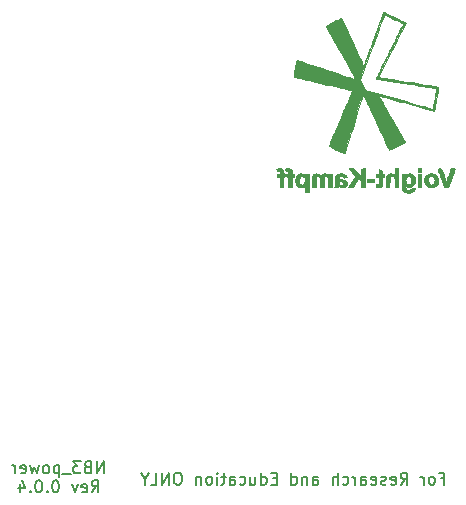
<source format=gbo>
G04 #@! TF.GenerationSoftware,KiCad,Pcbnew,7.0.4*
G04 #@! TF.CreationDate,2023-08-12T12:22:54+02:00*
G04 #@! TF.ProjectId,NB3_power,4e42335f-706f-4776-9572-2e6b69636164,0.0.4*
G04 #@! TF.SameCoordinates,PX7bfa480PY7c37510*
G04 #@! TF.FileFunction,Legend,Bot*
G04 #@! TF.FilePolarity,Positive*
%FSLAX46Y46*%
G04 Gerber Fmt 4.6, Leading zero omitted, Abs format (unit mm)*
G04 Created by KiCad (PCBNEW 7.0.4) date 2023-08-12 12:22:54*
%MOMM*%
%LPD*%
G01*
G04 APERTURE LIST*
%ADD10C,0.150000*%
%ADD11C,0.010000*%
G04 APERTURE END LIST*
D10*
X43829887Y2653991D02*
X44163220Y2653991D01*
X44163220Y2130181D02*
X44163220Y3130181D01*
X44163220Y3130181D02*
X43687030Y3130181D01*
X43163220Y2130181D02*
X43258458Y2177800D01*
X43258458Y2177800D02*
X43306077Y2225420D01*
X43306077Y2225420D02*
X43353696Y2320658D01*
X43353696Y2320658D02*
X43353696Y2606372D01*
X43353696Y2606372D02*
X43306077Y2701610D01*
X43306077Y2701610D02*
X43258458Y2749229D01*
X43258458Y2749229D02*
X43163220Y2796848D01*
X43163220Y2796848D02*
X43020363Y2796848D01*
X43020363Y2796848D02*
X42925125Y2749229D01*
X42925125Y2749229D02*
X42877506Y2701610D01*
X42877506Y2701610D02*
X42829887Y2606372D01*
X42829887Y2606372D02*
X42829887Y2320658D01*
X42829887Y2320658D02*
X42877506Y2225420D01*
X42877506Y2225420D02*
X42925125Y2177800D01*
X42925125Y2177800D02*
X43020363Y2130181D01*
X43020363Y2130181D02*
X43163220Y2130181D01*
X42401315Y2130181D02*
X42401315Y2796848D01*
X42401315Y2606372D02*
X42353696Y2701610D01*
X42353696Y2701610D02*
X42306077Y2749229D01*
X42306077Y2749229D02*
X42210839Y2796848D01*
X42210839Y2796848D02*
X42115601Y2796848D01*
X40448934Y2130181D02*
X40782267Y2606372D01*
X41020362Y2130181D02*
X41020362Y3130181D01*
X41020362Y3130181D02*
X40639410Y3130181D01*
X40639410Y3130181D02*
X40544172Y3082562D01*
X40544172Y3082562D02*
X40496553Y3034943D01*
X40496553Y3034943D02*
X40448934Y2939705D01*
X40448934Y2939705D02*
X40448934Y2796848D01*
X40448934Y2796848D02*
X40496553Y2701610D01*
X40496553Y2701610D02*
X40544172Y2653991D01*
X40544172Y2653991D02*
X40639410Y2606372D01*
X40639410Y2606372D02*
X41020362Y2606372D01*
X39639410Y2177800D02*
X39734648Y2130181D01*
X39734648Y2130181D02*
X39925124Y2130181D01*
X39925124Y2130181D02*
X40020362Y2177800D01*
X40020362Y2177800D02*
X40067981Y2273039D01*
X40067981Y2273039D02*
X40067981Y2653991D01*
X40067981Y2653991D02*
X40020362Y2749229D01*
X40020362Y2749229D02*
X39925124Y2796848D01*
X39925124Y2796848D02*
X39734648Y2796848D01*
X39734648Y2796848D02*
X39639410Y2749229D01*
X39639410Y2749229D02*
X39591791Y2653991D01*
X39591791Y2653991D02*
X39591791Y2558753D01*
X39591791Y2558753D02*
X40067981Y2463515D01*
X39210838Y2177800D02*
X39115600Y2130181D01*
X39115600Y2130181D02*
X38925124Y2130181D01*
X38925124Y2130181D02*
X38829886Y2177800D01*
X38829886Y2177800D02*
X38782267Y2273039D01*
X38782267Y2273039D02*
X38782267Y2320658D01*
X38782267Y2320658D02*
X38829886Y2415896D01*
X38829886Y2415896D02*
X38925124Y2463515D01*
X38925124Y2463515D02*
X39067981Y2463515D01*
X39067981Y2463515D02*
X39163219Y2511134D01*
X39163219Y2511134D02*
X39210838Y2606372D01*
X39210838Y2606372D02*
X39210838Y2653991D01*
X39210838Y2653991D02*
X39163219Y2749229D01*
X39163219Y2749229D02*
X39067981Y2796848D01*
X39067981Y2796848D02*
X38925124Y2796848D01*
X38925124Y2796848D02*
X38829886Y2749229D01*
X37972743Y2177800D02*
X38067981Y2130181D01*
X38067981Y2130181D02*
X38258457Y2130181D01*
X38258457Y2130181D02*
X38353695Y2177800D01*
X38353695Y2177800D02*
X38401314Y2273039D01*
X38401314Y2273039D02*
X38401314Y2653991D01*
X38401314Y2653991D02*
X38353695Y2749229D01*
X38353695Y2749229D02*
X38258457Y2796848D01*
X38258457Y2796848D02*
X38067981Y2796848D01*
X38067981Y2796848D02*
X37972743Y2749229D01*
X37972743Y2749229D02*
X37925124Y2653991D01*
X37925124Y2653991D02*
X37925124Y2558753D01*
X37925124Y2558753D02*
X38401314Y2463515D01*
X37067981Y2130181D02*
X37067981Y2653991D01*
X37067981Y2653991D02*
X37115600Y2749229D01*
X37115600Y2749229D02*
X37210838Y2796848D01*
X37210838Y2796848D02*
X37401314Y2796848D01*
X37401314Y2796848D02*
X37496552Y2749229D01*
X37067981Y2177800D02*
X37163219Y2130181D01*
X37163219Y2130181D02*
X37401314Y2130181D01*
X37401314Y2130181D02*
X37496552Y2177800D01*
X37496552Y2177800D02*
X37544171Y2273039D01*
X37544171Y2273039D02*
X37544171Y2368277D01*
X37544171Y2368277D02*
X37496552Y2463515D01*
X37496552Y2463515D02*
X37401314Y2511134D01*
X37401314Y2511134D02*
X37163219Y2511134D01*
X37163219Y2511134D02*
X37067981Y2558753D01*
X36591790Y2130181D02*
X36591790Y2796848D01*
X36591790Y2606372D02*
X36544171Y2701610D01*
X36544171Y2701610D02*
X36496552Y2749229D01*
X36496552Y2749229D02*
X36401314Y2796848D01*
X36401314Y2796848D02*
X36306076Y2796848D01*
X35544171Y2177800D02*
X35639409Y2130181D01*
X35639409Y2130181D02*
X35829885Y2130181D01*
X35829885Y2130181D02*
X35925123Y2177800D01*
X35925123Y2177800D02*
X35972742Y2225420D01*
X35972742Y2225420D02*
X36020361Y2320658D01*
X36020361Y2320658D02*
X36020361Y2606372D01*
X36020361Y2606372D02*
X35972742Y2701610D01*
X35972742Y2701610D02*
X35925123Y2749229D01*
X35925123Y2749229D02*
X35829885Y2796848D01*
X35829885Y2796848D02*
X35639409Y2796848D01*
X35639409Y2796848D02*
X35544171Y2749229D01*
X35115599Y2130181D02*
X35115599Y3130181D01*
X34687028Y2130181D02*
X34687028Y2653991D01*
X34687028Y2653991D02*
X34734647Y2749229D01*
X34734647Y2749229D02*
X34829885Y2796848D01*
X34829885Y2796848D02*
X34972742Y2796848D01*
X34972742Y2796848D02*
X35067980Y2749229D01*
X35067980Y2749229D02*
X35115599Y2701610D01*
X33020361Y2130181D02*
X33020361Y2653991D01*
X33020361Y2653991D02*
X33067980Y2749229D01*
X33067980Y2749229D02*
X33163218Y2796848D01*
X33163218Y2796848D02*
X33353694Y2796848D01*
X33353694Y2796848D02*
X33448932Y2749229D01*
X33020361Y2177800D02*
X33115599Y2130181D01*
X33115599Y2130181D02*
X33353694Y2130181D01*
X33353694Y2130181D02*
X33448932Y2177800D01*
X33448932Y2177800D02*
X33496551Y2273039D01*
X33496551Y2273039D02*
X33496551Y2368277D01*
X33496551Y2368277D02*
X33448932Y2463515D01*
X33448932Y2463515D02*
X33353694Y2511134D01*
X33353694Y2511134D02*
X33115599Y2511134D01*
X33115599Y2511134D02*
X33020361Y2558753D01*
X32544170Y2796848D02*
X32544170Y2130181D01*
X32544170Y2701610D02*
X32496551Y2749229D01*
X32496551Y2749229D02*
X32401313Y2796848D01*
X32401313Y2796848D02*
X32258456Y2796848D01*
X32258456Y2796848D02*
X32163218Y2749229D01*
X32163218Y2749229D02*
X32115599Y2653991D01*
X32115599Y2653991D02*
X32115599Y2130181D01*
X31210837Y2130181D02*
X31210837Y3130181D01*
X31210837Y2177800D02*
X31306075Y2130181D01*
X31306075Y2130181D02*
X31496551Y2130181D01*
X31496551Y2130181D02*
X31591789Y2177800D01*
X31591789Y2177800D02*
X31639408Y2225420D01*
X31639408Y2225420D02*
X31687027Y2320658D01*
X31687027Y2320658D02*
X31687027Y2606372D01*
X31687027Y2606372D02*
X31639408Y2701610D01*
X31639408Y2701610D02*
X31591789Y2749229D01*
X31591789Y2749229D02*
X31496551Y2796848D01*
X31496551Y2796848D02*
X31306075Y2796848D01*
X31306075Y2796848D02*
X31210837Y2749229D01*
X29972741Y2653991D02*
X29639408Y2653991D01*
X29496551Y2130181D02*
X29972741Y2130181D01*
X29972741Y2130181D02*
X29972741Y3130181D01*
X29972741Y3130181D02*
X29496551Y3130181D01*
X28639408Y2130181D02*
X28639408Y3130181D01*
X28639408Y2177800D02*
X28734646Y2130181D01*
X28734646Y2130181D02*
X28925122Y2130181D01*
X28925122Y2130181D02*
X29020360Y2177800D01*
X29020360Y2177800D02*
X29067979Y2225420D01*
X29067979Y2225420D02*
X29115598Y2320658D01*
X29115598Y2320658D02*
X29115598Y2606372D01*
X29115598Y2606372D02*
X29067979Y2701610D01*
X29067979Y2701610D02*
X29020360Y2749229D01*
X29020360Y2749229D02*
X28925122Y2796848D01*
X28925122Y2796848D02*
X28734646Y2796848D01*
X28734646Y2796848D02*
X28639408Y2749229D01*
X27734646Y2796848D02*
X27734646Y2130181D01*
X28163217Y2796848D02*
X28163217Y2273039D01*
X28163217Y2273039D02*
X28115598Y2177800D01*
X28115598Y2177800D02*
X28020360Y2130181D01*
X28020360Y2130181D02*
X27877503Y2130181D01*
X27877503Y2130181D02*
X27782265Y2177800D01*
X27782265Y2177800D02*
X27734646Y2225420D01*
X26829884Y2177800D02*
X26925122Y2130181D01*
X26925122Y2130181D02*
X27115598Y2130181D01*
X27115598Y2130181D02*
X27210836Y2177800D01*
X27210836Y2177800D02*
X27258455Y2225420D01*
X27258455Y2225420D02*
X27306074Y2320658D01*
X27306074Y2320658D02*
X27306074Y2606372D01*
X27306074Y2606372D02*
X27258455Y2701610D01*
X27258455Y2701610D02*
X27210836Y2749229D01*
X27210836Y2749229D02*
X27115598Y2796848D01*
X27115598Y2796848D02*
X26925122Y2796848D01*
X26925122Y2796848D02*
X26829884Y2749229D01*
X25972741Y2130181D02*
X25972741Y2653991D01*
X25972741Y2653991D02*
X26020360Y2749229D01*
X26020360Y2749229D02*
X26115598Y2796848D01*
X26115598Y2796848D02*
X26306074Y2796848D01*
X26306074Y2796848D02*
X26401312Y2749229D01*
X25972741Y2177800D02*
X26067979Y2130181D01*
X26067979Y2130181D02*
X26306074Y2130181D01*
X26306074Y2130181D02*
X26401312Y2177800D01*
X26401312Y2177800D02*
X26448931Y2273039D01*
X26448931Y2273039D02*
X26448931Y2368277D01*
X26448931Y2368277D02*
X26401312Y2463515D01*
X26401312Y2463515D02*
X26306074Y2511134D01*
X26306074Y2511134D02*
X26067979Y2511134D01*
X26067979Y2511134D02*
X25972741Y2558753D01*
X25639407Y2796848D02*
X25258455Y2796848D01*
X25496550Y3130181D02*
X25496550Y2273039D01*
X25496550Y2273039D02*
X25448931Y2177800D01*
X25448931Y2177800D02*
X25353693Y2130181D01*
X25353693Y2130181D02*
X25258455Y2130181D01*
X24925121Y2130181D02*
X24925121Y2796848D01*
X24925121Y3130181D02*
X24972740Y3082562D01*
X24972740Y3082562D02*
X24925121Y3034943D01*
X24925121Y3034943D02*
X24877502Y3082562D01*
X24877502Y3082562D02*
X24925121Y3130181D01*
X24925121Y3130181D02*
X24925121Y3034943D01*
X24306074Y2130181D02*
X24401312Y2177800D01*
X24401312Y2177800D02*
X24448931Y2225420D01*
X24448931Y2225420D02*
X24496550Y2320658D01*
X24496550Y2320658D02*
X24496550Y2606372D01*
X24496550Y2606372D02*
X24448931Y2701610D01*
X24448931Y2701610D02*
X24401312Y2749229D01*
X24401312Y2749229D02*
X24306074Y2796848D01*
X24306074Y2796848D02*
X24163217Y2796848D01*
X24163217Y2796848D02*
X24067979Y2749229D01*
X24067979Y2749229D02*
X24020360Y2701610D01*
X24020360Y2701610D02*
X23972741Y2606372D01*
X23972741Y2606372D02*
X23972741Y2320658D01*
X23972741Y2320658D02*
X24020360Y2225420D01*
X24020360Y2225420D02*
X24067979Y2177800D01*
X24067979Y2177800D02*
X24163217Y2130181D01*
X24163217Y2130181D02*
X24306074Y2130181D01*
X23544169Y2796848D02*
X23544169Y2130181D01*
X23544169Y2701610D02*
X23496550Y2749229D01*
X23496550Y2749229D02*
X23401312Y2796848D01*
X23401312Y2796848D02*
X23258455Y2796848D01*
X23258455Y2796848D02*
X23163217Y2749229D01*
X23163217Y2749229D02*
X23115598Y2653991D01*
X23115598Y2653991D02*
X23115598Y2130181D01*
X21687026Y3130181D02*
X21496550Y3130181D01*
X21496550Y3130181D02*
X21401312Y3082562D01*
X21401312Y3082562D02*
X21306074Y2987324D01*
X21306074Y2987324D02*
X21258455Y2796848D01*
X21258455Y2796848D02*
X21258455Y2463515D01*
X21258455Y2463515D02*
X21306074Y2273039D01*
X21306074Y2273039D02*
X21401312Y2177800D01*
X21401312Y2177800D02*
X21496550Y2130181D01*
X21496550Y2130181D02*
X21687026Y2130181D01*
X21687026Y2130181D02*
X21782264Y2177800D01*
X21782264Y2177800D02*
X21877502Y2273039D01*
X21877502Y2273039D02*
X21925121Y2463515D01*
X21925121Y2463515D02*
X21925121Y2796848D01*
X21925121Y2796848D02*
X21877502Y2987324D01*
X21877502Y2987324D02*
X21782264Y3082562D01*
X21782264Y3082562D02*
X21687026Y3130181D01*
X20829883Y2130181D02*
X20829883Y3130181D01*
X20829883Y3130181D02*
X20258455Y2130181D01*
X20258455Y2130181D02*
X20258455Y3130181D01*
X19306074Y2130181D02*
X19782264Y2130181D01*
X19782264Y2130181D02*
X19782264Y3130181D01*
X18782264Y2606372D02*
X18782264Y2130181D01*
X19115597Y3130181D02*
X18782264Y2606372D01*
X18782264Y2606372D02*
X18448931Y3130181D01*
X15309523Y3100181D02*
X15309523Y4100181D01*
X15309523Y4100181D02*
X14738095Y3100181D01*
X14738095Y3100181D02*
X14738095Y4100181D01*
X13928571Y3623991D02*
X13785714Y3576372D01*
X13785714Y3576372D02*
X13738095Y3528753D01*
X13738095Y3528753D02*
X13690476Y3433515D01*
X13690476Y3433515D02*
X13690476Y3290658D01*
X13690476Y3290658D02*
X13738095Y3195420D01*
X13738095Y3195420D02*
X13785714Y3147800D01*
X13785714Y3147800D02*
X13880952Y3100181D01*
X13880952Y3100181D02*
X14261904Y3100181D01*
X14261904Y3100181D02*
X14261904Y4100181D01*
X14261904Y4100181D02*
X13928571Y4100181D01*
X13928571Y4100181D02*
X13833333Y4052562D01*
X13833333Y4052562D02*
X13785714Y4004943D01*
X13785714Y4004943D02*
X13738095Y3909705D01*
X13738095Y3909705D02*
X13738095Y3814467D01*
X13738095Y3814467D02*
X13785714Y3719229D01*
X13785714Y3719229D02*
X13833333Y3671610D01*
X13833333Y3671610D02*
X13928571Y3623991D01*
X13928571Y3623991D02*
X14261904Y3623991D01*
X13357142Y4100181D02*
X12738095Y4100181D01*
X12738095Y4100181D02*
X13071428Y3719229D01*
X13071428Y3719229D02*
X12928571Y3719229D01*
X12928571Y3719229D02*
X12833333Y3671610D01*
X12833333Y3671610D02*
X12785714Y3623991D01*
X12785714Y3623991D02*
X12738095Y3528753D01*
X12738095Y3528753D02*
X12738095Y3290658D01*
X12738095Y3290658D02*
X12785714Y3195420D01*
X12785714Y3195420D02*
X12833333Y3147800D01*
X12833333Y3147800D02*
X12928571Y3100181D01*
X12928571Y3100181D02*
X13214285Y3100181D01*
X13214285Y3100181D02*
X13309523Y3147800D01*
X13309523Y3147800D02*
X13357142Y3195420D01*
X12547619Y3004943D02*
X11785714Y3004943D01*
X11547618Y3766848D02*
X11547618Y2766848D01*
X11547618Y3719229D02*
X11452380Y3766848D01*
X11452380Y3766848D02*
X11261904Y3766848D01*
X11261904Y3766848D02*
X11166666Y3719229D01*
X11166666Y3719229D02*
X11119047Y3671610D01*
X11119047Y3671610D02*
X11071428Y3576372D01*
X11071428Y3576372D02*
X11071428Y3290658D01*
X11071428Y3290658D02*
X11119047Y3195420D01*
X11119047Y3195420D02*
X11166666Y3147800D01*
X11166666Y3147800D02*
X11261904Y3100181D01*
X11261904Y3100181D02*
X11452380Y3100181D01*
X11452380Y3100181D02*
X11547618Y3147800D01*
X10499999Y3100181D02*
X10595237Y3147800D01*
X10595237Y3147800D02*
X10642856Y3195420D01*
X10642856Y3195420D02*
X10690475Y3290658D01*
X10690475Y3290658D02*
X10690475Y3576372D01*
X10690475Y3576372D02*
X10642856Y3671610D01*
X10642856Y3671610D02*
X10595237Y3719229D01*
X10595237Y3719229D02*
X10499999Y3766848D01*
X10499999Y3766848D02*
X10357142Y3766848D01*
X10357142Y3766848D02*
X10261904Y3719229D01*
X10261904Y3719229D02*
X10214285Y3671610D01*
X10214285Y3671610D02*
X10166666Y3576372D01*
X10166666Y3576372D02*
X10166666Y3290658D01*
X10166666Y3290658D02*
X10214285Y3195420D01*
X10214285Y3195420D02*
X10261904Y3147800D01*
X10261904Y3147800D02*
X10357142Y3100181D01*
X10357142Y3100181D02*
X10499999Y3100181D01*
X9833332Y3766848D02*
X9642856Y3100181D01*
X9642856Y3100181D02*
X9452380Y3576372D01*
X9452380Y3576372D02*
X9261904Y3100181D01*
X9261904Y3100181D02*
X9071428Y3766848D01*
X8309523Y3147800D02*
X8404761Y3100181D01*
X8404761Y3100181D02*
X8595237Y3100181D01*
X8595237Y3100181D02*
X8690475Y3147800D01*
X8690475Y3147800D02*
X8738094Y3243039D01*
X8738094Y3243039D02*
X8738094Y3623991D01*
X8738094Y3623991D02*
X8690475Y3719229D01*
X8690475Y3719229D02*
X8595237Y3766848D01*
X8595237Y3766848D02*
X8404761Y3766848D01*
X8404761Y3766848D02*
X8309523Y3719229D01*
X8309523Y3719229D02*
X8261904Y3623991D01*
X8261904Y3623991D02*
X8261904Y3528753D01*
X8261904Y3528753D02*
X8738094Y3433515D01*
X7833332Y3100181D02*
X7833332Y3766848D01*
X7833332Y3576372D02*
X7785713Y3671610D01*
X7785713Y3671610D02*
X7738094Y3719229D01*
X7738094Y3719229D02*
X7642856Y3766848D01*
X7642856Y3766848D02*
X7547618Y3766848D01*
X14285714Y1490181D02*
X14619047Y1966372D01*
X14857142Y1490181D02*
X14857142Y2490181D01*
X14857142Y2490181D02*
X14476190Y2490181D01*
X14476190Y2490181D02*
X14380952Y2442562D01*
X14380952Y2442562D02*
X14333333Y2394943D01*
X14333333Y2394943D02*
X14285714Y2299705D01*
X14285714Y2299705D02*
X14285714Y2156848D01*
X14285714Y2156848D02*
X14333333Y2061610D01*
X14333333Y2061610D02*
X14380952Y2013991D01*
X14380952Y2013991D02*
X14476190Y1966372D01*
X14476190Y1966372D02*
X14857142Y1966372D01*
X13476190Y1537800D02*
X13571428Y1490181D01*
X13571428Y1490181D02*
X13761904Y1490181D01*
X13761904Y1490181D02*
X13857142Y1537800D01*
X13857142Y1537800D02*
X13904761Y1633039D01*
X13904761Y1633039D02*
X13904761Y2013991D01*
X13904761Y2013991D02*
X13857142Y2109229D01*
X13857142Y2109229D02*
X13761904Y2156848D01*
X13761904Y2156848D02*
X13571428Y2156848D01*
X13571428Y2156848D02*
X13476190Y2109229D01*
X13476190Y2109229D02*
X13428571Y2013991D01*
X13428571Y2013991D02*
X13428571Y1918753D01*
X13428571Y1918753D02*
X13904761Y1823515D01*
X13095237Y2156848D02*
X12857142Y1490181D01*
X12857142Y1490181D02*
X12619047Y2156848D01*
X11285713Y2490181D02*
X11190475Y2490181D01*
X11190475Y2490181D02*
X11095237Y2442562D01*
X11095237Y2442562D02*
X11047618Y2394943D01*
X11047618Y2394943D02*
X10999999Y2299705D01*
X10999999Y2299705D02*
X10952380Y2109229D01*
X10952380Y2109229D02*
X10952380Y1871134D01*
X10952380Y1871134D02*
X10999999Y1680658D01*
X10999999Y1680658D02*
X11047618Y1585420D01*
X11047618Y1585420D02*
X11095237Y1537800D01*
X11095237Y1537800D02*
X11190475Y1490181D01*
X11190475Y1490181D02*
X11285713Y1490181D01*
X11285713Y1490181D02*
X11380951Y1537800D01*
X11380951Y1537800D02*
X11428570Y1585420D01*
X11428570Y1585420D02*
X11476189Y1680658D01*
X11476189Y1680658D02*
X11523808Y1871134D01*
X11523808Y1871134D02*
X11523808Y2109229D01*
X11523808Y2109229D02*
X11476189Y2299705D01*
X11476189Y2299705D02*
X11428570Y2394943D01*
X11428570Y2394943D02*
X11380951Y2442562D01*
X11380951Y2442562D02*
X11285713Y2490181D01*
X10523808Y1585420D02*
X10476189Y1537800D01*
X10476189Y1537800D02*
X10523808Y1490181D01*
X10523808Y1490181D02*
X10571427Y1537800D01*
X10571427Y1537800D02*
X10523808Y1585420D01*
X10523808Y1585420D02*
X10523808Y1490181D01*
X9857142Y2490181D02*
X9761904Y2490181D01*
X9761904Y2490181D02*
X9666666Y2442562D01*
X9666666Y2442562D02*
X9619047Y2394943D01*
X9619047Y2394943D02*
X9571428Y2299705D01*
X9571428Y2299705D02*
X9523809Y2109229D01*
X9523809Y2109229D02*
X9523809Y1871134D01*
X9523809Y1871134D02*
X9571428Y1680658D01*
X9571428Y1680658D02*
X9619047Y1585420D01*
X9619047Y1585420D02*
X9666666Y1537800D01*
X9666666Y1537800D02*
X9761904Y1490181D01*
X9761904Y1490181D02*
X9857142Y1490181D01*
X9857142Y1490181D02*
X9952380Y1537800D01*
X9952380Y1537800D02*
X9999999Y1585420D01*
X9999999Y1585420D02*
X10047618Y1680658D01*
X10047618Y1680658D02*
X10095237Y1871134D01*
X10095237Y1871134D02*
X10095237Y2109229D01*
X10095237Y2109229D02*
X10047618Y2299705D01*
X10047618Y2299705D02*
X9999999Y2394943D01*
X9999999Y2394943D02*
X9952380Y2442562D01*
X9952380Y2442562D02*
X9857142Y2490181D01*
X9095237Y1585420D02*
X9047618Y1537800D01*
X9047618Y1537800D02*
X9095237Y1490181D01*
X9095237Y1490181D02*
X9142856Y1537800D01*
X9142856Y1537800D02*
X9095237Y1585420D01*
X9095237Y1585420D02*
X9095237Y1490181D01*
X8190476Y2156848D02*
X8190476Y1490181D01*
X8428571Y2537800D02*
X8666666Y1823515D01*
X8666666Y1823515D02*
X8047619Y1823515D01*
D11*
X42212891Y27306641D02*
X41915235Y27306641D01*
X41915235Y28447656D01*
X42212891Y28447656D01*
X42212891Y27306641D01*
G36*
X42212891Y27306641D02*
G01*
X41915235Y27306641D01*
X41915235Y28447656D01*
X42212891Y28447656D01*
X42212891Y27306641D01*
G37*
X42212891Y28596484D02*
X41915235Y28596484D01*
X41915235Y28894141D01*
X42212891Y28894141D01*
X42212891Y28596484D01*
G36*
X42212891Y28596484D02*
G01*
X41915235Y28596484D01*
X41915235Y28894141D01*
X42212891Y28894141D01*
X42212891Y28596484D01*
G37*
X38194532Y27728320D02*
X37599219Y27728320D01*
X37599219Y28025977D01*
X38194532Y28025977D01*
X38194532Y27728320D01*
G36*
X38194532Y27728320D02*
G01*
X37599219Y27728320D01*
X37599219Y28025977D01*
X38194532Y28025977D01*
X38194532Y27728320D01*
G37*
X30222635Y28907835D02*
X30298684Y28896283D01*
X30368091Y28871707D01*
X30449120Y28813464D01*
X30498848Y28725057D01*
X30523067Y28598807D01*
X30536773Y28447656D01*
X30706234Y28447656D01*
X30698674Y28329834D01*
X30694926Y28281165D01*
X30684262Y28233210D01*
X30659400Y28212240D01*
X30610498Y28204239D01*
X30529883Y28196466D01*
X30529883Y27306641D01*
X30232227Y27306641D01*
X30232227Y28199609D01*
X30008985Y28199609D01*
X30008985Y28447656D01*
X30120606Y28447656D01*
X30152680Y28447921D01*
X30205759Y28453464D01*
X30227832Y28472056D01*
X30232227Y28511299D01*
X30231345Y28539429D01*
X30211331Y28616700D01*
X30160100Y28658407D01*
X30071248Y28670898D01*
X30032954Y28671294D01*
X29982789Y28678536D01*
X29958919Y28703256D01*
X29945638Y28756105D01*
X29944283Y28763733D01*
X29938709Y28826540D01*
X29944542Y28865403D01*
X29977632Y28885508D01*
X30046125Y28901054D01*
X30133121Y28908961D01*
X30222635Y28907835D01*
G36*
X30222635Y28907835D02*
G01*
X30298684Y28896283D01*
X30368091Y28871707D01*
X30449120Y28813464D01*
X30498848Y28725057D01*
X30523067Y28598807D01*
X30536773Y28447656D01*
X30706234Y28447656D01*
X30698674Y28329834D01*
X30694926Y28281165D01*
X30684262Y28233210D01*
X30659400Y28212240D01*
X30610498Y28204239D01*
X30529883Y28196466D01*
X30529883Y27306641D01*
X30232227Y27306641D01*
X30232227Y28199609D01*
X30008985Y28199609D01*
X30008985Y28447656D01*
X30120606Y28447656D01*
X30152680Y28447921D01*
X30205759Y28453464D01*
X30227832Y28472056D01*
X30232227Y28511299D01*
X30231345Y28539429D01*
X30211331Y28616700D01*
X30160100Y28658407D01*
X30071248Y28670898D01*
X30032954Y28671294D01*
X29982789Y28678536D01*
X29958919Y28703256D01*
X29945638Y28756105D01*
X29944283Y28763733D01*
X29938709Y28826540D01*
X29944542Y28865403D01*
X29977632Y28885508D01*
X30046125Y28901054D01*
X30133121Y28908961D01*
X30222635Y28907835D01*
G37*
X40253321Y27306641D02*
X39960023Y27306641D01*
X39951643Y27702998D01*
X39948652Y27837030D01*
X39945026Y27948413D01*
X39939791Y28026069D01*
X39931562Y28078402D01*
X39918953Y28113819D01*
X39900577Y28140724D01*
X39875049Y28167522D01*
X39865800Y28176494D01*
X39795511Y28222762D01*
X39708294Y28235689D01*
X39690482Y28235259D01*
X39623340Y28225942D01*
X39582342Y28208280D01*
X39562914Y28180264D01*
X39539240Y28108174D01*
X39522809Y27997832D01*
X39513144Y27845566D01*
X39509772Y27647705D01*
X39509180Y27306641D01*
X39207584Y27306641D01*
X39215755Y27759326D01*
X39219000Y27908825D01*
X39223704Y28040283D01*
X39230184Y28136629D01*
X39239198Y28205603D01*
X39251501Y28254944D01*
X39267851Y28292393D01*
X39284585Y28319797D01*
X39370400Y28406105D01*
X39481065Y28457347D01*
X39606999Y28472029D01*
X39738622Y28448657D01*
X39866353Y28385736D01*
X39955664Y28325128D01*
X39955664Y28894141D01*
X40253321Y28894141D01*
X40253321Y27306641D01*
G36*
X40253321Y27306641D02*
G01*
X39960023Y27306641D01*
X39951643Y27702998D01*
X39948652Y27837030D01*
X39945026Y27948413D01*
X39939791Y28026069D01*
X39931562Y28078402D01*
X39918953Y28113819D01*
X39900577Y28140724D01*
X39875049Y28167522D01*
X39865800Y28176494D01*
X39795511Y28222762D01*
X39708294Y28235689D01*
X39690482Y28235259D01*
X39623340Y28225942D01*
X39582342Y28208280D01*
X39562914Y28180264D01*
X39539240Y28108174D01*
X39522809Y27997832D01*
X39513144Y27845566D01*
X39509772Y27647705D01*
X39509180Y27306641D01*
X39207584Y27306641D01*
X39215755Y27759326D01*
X39219000Y27908825D01*
X39223704Y28040283D01*
X39230184Y28136629D01*
X39239198Y28205603D01*
X39251501Y28254944D01*
X39267851Y28292393D01*
X39284585Y28319797D01*
X39370400Y28406105D01*
X39481065Y28457347D01*
X39606999Y28472029D01*
X39738622Y28448657D01*
X39866353Y28385736D01*
X39955664Y28325128D01*
X39955664Y28894141D01*
X40253321Y28894141D01*
X40253321Y27306641D01*
G37*
X31001311Y28903421D02*
X31083584Y28873840D01*
X31110113Y28861668D01*
X31176710Y28821962D01*
X31218673Y28772309D01*
X31244321Y28699490D01*
X31261970Y28590283D01*
X31273324Y28511145D01*
X31287172Y28467996D01*
X31310696Y28450772D01*
X31351296Y28447656D01*
X31385388Y28446290D01*
X31411119Y28433696D01*
X31421148Y28397072D01*
X31422852Y28323633D01*
X31422016Y28262387D01*
X31414456Y28218979D01*
X31392489Y28202319D01*
X31348438Y28199609D01*
X31274024Y28199609D01*
X31274024Y27306641D01*
X30951563Y27306641D01*
X30951563Y28196757D01*
X30846143Y28204384D01*
X30740723Y28212012D01*
X30725603Y28447656D01*
X30954415Y28447656D01*
X30939161Y28658496D01*
X30816025Y28670898D01*
X30762490Y28677111D01*
X30713378Y28690482D01*
X30689258Y28717834D01*
X30675388Y28769504D01*
X30673484Y28779313D01*
X30665832Y28839116D01*
X30668254Y28872484D01*
X30688002Y28881654D01*
X30745363Y28894586D01*
X30825212Y28906273D01*
X30921436Y28912879D01*
X31001311Y28903421D01*
G36*
X31001311Y28903421D02*
G01*
X31083584Y28873840D01*
X31110113Y28861668D01*
X31176710Y28821962D01*
X31218673Y28772309D01*
X31244321Y28699490D01*
X31261970Y28590283D01*
X31273324Y28511145D01*
X31287172Y28467996D01*
X31310696Y28450772D01*
X31351296Y28447656D01*
X31385388Y28446290D01*
X31411119Y28433696D01*
X31421148Y28397072D01*
X31422852Y28323633D01*
X31422016Y28262387D01*
X31414456Y28218979D01*
X31392489Y28202319D01*
X31348438Y28199609D01*
X31274024Y28199609D01*
X31274024Y27306641D01*
X30951563Y27306641D01*
X30951563Y28196757D01*
X30846143Y28204384D01*
X30740723Y28212012D01*
X30725603Y28447656D01*
X30954415Y28447656D01*
X30939161Y28658496D01*
X30816025Y28670898D01*
X30762490Y28677111D01*
X30713378Y28690482D01*
X30689258Y28717834D01*
X30675388Y28769504D01*
X30673484Y28779313D01*
X30665832Y28839116D01*
X30668254Y28872484D01*
X30688002Y28881654D01*
X30745363Y28894586D01*
X30825212Y28906273D01*
X30921436Y28912879D01*
X31001311Y28903421D01*
G37*
X38740235Y28766071D02*
X38889063Y28684252D01*
X38889063Y28565954D01*
X38889696Y28513369D01*
X38896817Y28468133D01*
X38918665Y28450593D01*
X38963477Y28447656D01*
X39000224Y28446264D01*
X39026269Y28433663D01*
X39036265Y28397052D01*
X39037891Y28323633D01*
X39037055Y28262387D01*
X39029495Y28218979D01*
X39007528Y28202319D01*
X38963477Y28199609D01*
X38889063Y28199609D01*
X38888184Y27833740D01*
X38887964Y27783685D01*
X38885083Y27632612D01*
X38877496Y27521172D01*
X38863315Y27441602D01*
X38840650Y27386135D01*
X38807611Y27347006D01*
X38762309Y27316451D01*
X38707629Y27297664D01*
X38614356Y27285006D01*
X38512147Y27284650D01*
X38422747Y27297791D01*
X38411508Y27301091D01*
X38382359Y27318955D01*
X38371463Y27356191D01*
X38373138Y27427677D01*
X38376503Y27472242D01*
X38386058Y27519245D01*
X38407872Y27535986D01*
X38450906Y27534812D01*
X38454272Y27534463D01*
X38507456Y27533451D01*
X38544898Y27547526D01*
X38569307Y27583582D01*
X38583390Y27648515D01*
X38589854Y27749218D01*
X38591407Y27892588D01*
X38591407Y28199609D01*
X38392969Y28199609D01*
X38392969Y28447656D01*
X38591407Y28447656D01*
X38591407Y28847889D01*
X38740235Y28766071D01*
G36*
X38740235Y28766071D02*
G01*
X38889063Y28684252D01*
X38889063Y28565954D01*
X38889696Y28513369D01*
X38896817Y28468133D01*
X38918665Y28450593D01*
X38963477Y28447656D01*
X39000224Y28446264D01*
X39026269Y28433663D01*
X39036265Y28397052D01*
X39037891Y28323633D01*
X39037055Y28262387D01*
X39029495Y28218979D01*
X39007528Y28202319D01*
X38963477Y28199609D01*
X38889063Y28199609D01*
X38888184Y27833740D01*
X38887964Y27783685D01*
X38885083Y27632612D01*
X38877496Y27521172D01*
X38863315Y27441602D01*
X38840650Y27386135D01*
X38807611Y27347006D01*
X38762309Y27316451D01*
X38707629Y27297664D01*
X38614356Y27285006D01*
X38512147Y27284650D01*
X38422747Y27297791D01*
X38411508Y27301091D01*
X38382359Y27318955D01*
X38371463Y27356191D01*
X38373138Y27427677D01*
X38376503Y27472242D01*
X38386058Y27519245D01*
X38407872Y27535986D01*
X38450906Y27534812D01*
X38454272Y27534463D01*
X38507456Y27533451D01*
X38544898Y27547526D01*
X38569307Y27583582D01*
X38583390Y27648515D01*
X38589854Y27749218D01*
X38591407Y27892588D01*
X38591407Y28199609D01*
X38392969Y28199609D01*
X38392969Y28447656D01*
X38591407Y28447656D01*
X38591407Y28847889D01*
X38740235Y28766071D01*
G37*
X37425586Y27306641D02*
X37103125Y27306641D01*
X37103125Y27792197D01*
X36978181Y27915262D01*
X36925885Y27965308D01*
X36877370Y28004722D01*
X36847791Y28015116D01*
X36829066Y28001146D01*
X36821807Y27989463D01*
X36790850Y27937868D01*
X36742379Y27856049D01*
X36681407Y27752484D01*
X36612946Y27635650D01*
X36420996Y27307334D01*
X36214894Y27306987D01*
X36134322Y27307756D01*
X36062883Y27312319D01*
X36029498Y27321922D01*
X36027566Y27337646D01*
X36029219Y27340316D01*
X36052754Y27377039D01*
X36098169Y27447189D01*
X36161056Y27543980D01*
X36237004Y27660624D01*
X36321607Y27790332D01*
X36338696Y27816514D01*
X36421802Y27943945D01*
X36495289Y28056791D01*
X36554776Y28148316D01*
X36595885Y28211783D01*
X36614237Y28240457D01*
X36613523Y28249774D01*
X36587582Y28292455D01*
X36531821Y28362645D01*
X36450146Y28455587D01*
X36346464Y28566522D01*
X36276850Y28639640D01*
X36191087Y28731141D01*
X36122789Y28805714D01*
X36077641Y28857125D01*
X36061328Y28879141D01*
X36063188Y28881197D01*
X36097680Y28887791D01*
X36166741Y28892404D01*
X36258597Y28894141D01*
X36455866Y28894141D01*
X36773295Y28548962D01*
X37090723Y28203783D01*
X37103125Y28542761D01*
X37115528Y28881738D01*
X37425586Y28896508D01*
X37425586Y27306641D01*
G36*
X37425586Y27306641D02*
G01*
X37103125Y27306641D01*
X37103125Y27792197D01*
X36978181Y27915262D01*
X36925885Y27965308D01*
X36877370Y28004722D01*
X36847791Y28015116D01*
X36829066Y28001146D01*
X36821807Y27989463D01*
X36790850Y27937868D01*
X36742379Y27856049D01*
X36681407Y27752484D01*
X36612946Y27635650D01*
X36420996Y27307334D01*
X36214894Y27306987D01*
X36134322Y27307756D01*
X36062883Y27312319D01*
X36029498Y27321922D01*
X36027566Y27337646D01*
X36029219Y27340316D01*
X36052754Y27377039D01*
X36098169Y27447189D01*
X36161056Y27543980D01*
X36237004Y27660624D01*
X36321607Y27790332D01*
X36338696Y27816514D01*
X36421802Y27943945D01*
X36495289Y28056791D01*
X36554776Y28148316D01*
X36595885Y28211783D01*
X36614237Y28240457D01*
X36613523Y28249774D01*
X36587582Y28292455D01*
X36531821Y28362645D01*
X36450146Y28455587D01*
X36346464Y28566522D01*
X36276850Y28639640D01*
X36191087Y28731141D01*
X36122789Y28805714D01*
X36077641Y28857125D01*
X36061328Y28879141D01*
X36063188Y28881197D01*
X36097680Y28887791D01*
X36166741Y28892404D01*
X36258597Y28894141D01*
X36455866Y28894141D01*
X36773295Y28548962D01*
X37090723Y28203783D01*
X37103125Y28542761D01*
X37115528Y28881738D01*
X37425586Y28896508D01*
X37425586Y27306641D01*
G37*
X43622213Y27838094D02*
X43616647Y27742374D01*
X43604594Y27660914D01*
X43582537Y27597436D01*
X43546190Y27534839D01*
X43476559Y27445919D01*
X43384188Y27372911D01*
X43260664Y27317131D01*
X43255278Y27315236D01*
X43087623Y27281541D01*
X42922786Y27294751D01*
X42768846Y27353090D01*
X42633884Y27454782D01*
X42553047Y27554019D01*
X42483265Y27701286D01*
X42456817Y27858119D01*
X42464123Y27926663D01*
X42775213Y27926663D01*
X42778349Y27803792D01*
X42813506Y27689642D01*
X42880684Y27598799D01*
X42915872Y27571495D01*
X43011055Y27532296D01*
X43105659Y27535328D01*
X43192226Y27575960D01*
X43263295Y27649561D01*
X43311407Y27751501D01*
X43329102Y27877148D01*
X43326359Y27927943D01*
X43296022Y28044792D01*
X43238123Y28136270D01*
X43160151Y28197728D01*
X43069594Y28224518D01*
X42973942Y28211991D01*
X42880684Y28155498D01*
X42865001Y28140228D01*
X42804097Y28043670D01*
X42775213Y27926663D01*
X42464123Y27926663D01*
X42473671Y28016246D01*
X42533797Y28167393D01*
X42637161Y28303286D01*
X42700564Y28360537D01*
X42819215Y28432037D01*
X42953072Y28465463D01*
X43114369Y28464960D01*
X43192392Y28453756D01*
X43344830Y28400292D01*
X43467308Y28307349D01*
X43560201Y28174684D01*
X43568262Y28158809D01*
X43600873Y28086540D01*
X43618412Y28021604D01*
X43624364Y27945092D01*
X43622998Y27877148D01*
X43622213Y27838094D01*
G36*
X43622213Y27838094D02*
G01*
X43616647Y27742374D01*
X43604594Y27660914D01*
X43582537Y27597436D01*
X43546190Y27534839D01*
X43476559Y27445919D01*
X43384188Y27372911D01*
X43260664Y27317131D01*
X43255278Y27315236D01*
X43087623Y27281541D01*
X42922786Y27294751D01*
X42768846Y27353090D01*
X42633884Y27454782D01*
X42553047Y27554019D01*
X42483265Y27701286D01*
X42456817Y27858119D01*
X42464123Y27926663D01*
X42775213Y27926663D01*
X42778349Y27803792D01*
X42813506Y27689642D01*
X42880684Y27598799D01*
X42915872Y27571495D01*
X43011055Y27532296D01*
X43105659Y27535328D01*
X43192226Y27575960D01*
X43263295Y27649561D01*
X43311407Y27751501D01*
X43329102Y27877148D01*
X43326359Y27927943D01*
X43296022Y28044792D01*
X43238123Y28136270D01*
X43160151Y28197728D01*
X43069594Y28224518D01*
X42973942Y28211991D01*
X42880684Y28155498D01*
X42865001Y28140228D01*
X42804097Y28043670D01*
X42775213Y27926663D01*
X42464123Y27926663D01*
X42473671Y28016246D01*
X42533797Y28167393D01*
X42637161Y28303286D01*
X42700564Y28360537D01*
X42819215Y28432037D01*
X42953072Y28465463D01*
X43114369Y28464960D01*
X43192392Y28453756D01*
X43344830Y28400292D01*
X43467308Y28307349D01*
X43560201Y28174684D01*
X43568262Y28158809D01*
X43600873Y28086540D01*
X43618412Y28021604D01*
X43624364Y27945092D01*
X43622998Y27877148D01*
X43622213Y27838094D01*
G37*
X32663086Y26860156D02*
X32365430Y26860156D01*
X32365430Y27145410D01*
X32363860Y27251512D01*
X32359214Y27344514D01*
X32352232Y27407495D01*
X32343663Y27430664D01*
X32325807Y27423897D01*
X32289659Y27391821D01*
X32245492Y27350358D01*
X32144759Y27301889D01*
X32026474Y27285479D01*
X31903091Y27300495D01*
X31787070Y27346303D01*
X31690866Y27422269D01*
X31689194Y27424131D01*
X31613160Y27543258D01*
X31564723Y27694622D01*
X31547420Y27867246D01*
X31547447Y27880809D01*
X31550638Y27914641D01*
X31850829Y27914641D01*
X31854349Y27786649D01*
X31885842Y27669364D01*
X31945361Y27577882D01*
X31999481Y27543703D01*
X32087334Y27528260D01*
X32178384Y27543608D01*
X32253213Y27589043D01*
X32313323Y27676907D01*
X32349633Y27796022D01*
X32355739Y27925045D01*
X32331033Y28048243D01*
X32274907Y28149882D01*
X32208901Y28202429D01*
X32117794Y28228159D01*
X32025338Y28216408D01*
X31947482Y28166374D01*
X31927486Y28142365D01*
X31875226Y28038245D01*
X31850829Y27914641D01*
X31550638Y27914641D01*
X31565128Y28068295D01*
X31615867Y28219927D01*
X31700579Y28337569D01*
X31820176Y28423081D01*
X31866295Y28443001D01*
X31995338Y28468087D01*
X32125388Y28455825D01*
X32242924Y28408684D01*
X32334424Y28329135D01*
X32351638Y28310475D01*
X32362841Y28318016D01*
X32365430Y28368501D01*
X32365430Y28447656D01*
X32663086Y28447656D01*
X32663086Y27925045D01*
X32663086Y26860156D01*
G36*
X32663086Y26860156D02*
G01*
X32365430Y26860156D01*
X32365430Y27145410D01*
X32363860Y27251512D01*
X32359214Y27344514D01*
X32352232Y27407495D01*
X32343663Y27430664D01*
X32325807Y27423897D01*
X32289659Y27391821D01*
X32245492Y27350358D01*
X32144759Y27301889D01*
X32026474Y27285479D01*
X31903091Y27300495D01*
X31787070Y27346303D01*
X31690866Y27422269D01*
X31689194Y27424131D01*
X31613160Y27543258D01*
X31564723Y27694622D01*
X31547420Y27867246D01*
X31547447Y27880809D01*
X31550638Y27914641D01*
X31850829Y27914641D01*
X31854349Y27786649D01*
X31885842Y27669364D01*
X31945361Y27577882D01*
X31999481Y27543703D01*
X32087334Y27528260D01*
X32178384Y27543608D01*
X32253213Y27589043D01*
X32313323Y27676907D01*
X32349633Y27796022D01*
X32355739Y27925045D01*
X32331033Y28048243D01*
X32274907Y28149882D01*
X32208901Y28202429D01*
X32117794Y28228159D01*
X32025338Y28216408D01*
X31947482Y28166374D01*
X31927486Y28142365D01*
X31875226Y28038245D01*
X31850829Y27914641D01*
X31550638Y27914641D01*
X31565128Y28068295D01*
X31615867Y28219927D01*
X31700579Y28337569D01*
X31820176Y28423081D01*
X31866295Y28443001D01*
X31995338Y28468087D01*
X32125388Y28455825D01*
X32242924Y28408684D01*
X32334424Y28329135D01*
X32351638Y28310475D01*
X32362841Y28318016D01*
X32365430Y28368501D01*
X32365430Y28447656D01*
X32663086Y28447656D01*
X32663086Y27925045D01*
X32663086Y26860156D01*
G37*
X44883285Y28894132D02*
X44969338Y28892574D01*
X45016086Y28886542D01*
X45032857Y28873454D01*
X45028980Y28850732D01*
X45026973Y28845430D01*
X45010061Y28799247D01*
X44979314Y28714402D01*
X44936973Y28597115D01*
X44885282Y28453604D01*
X44826485Y28290091D01*
X44762824Y28112793D01*
X44744593Y28061993D01*
X44681739Y27886973D01*
X44624162Y27726842D01*
X44574156Y27587962D01*
X44534013Y27476695D01*
X44506024Y27399404D01*
X44492483Y27362451D01*
X44491908Y27360946D01*
X44475530Y27331792D01*
X44446530Y27315421D01*
X44392592Y27308236D01*
X44301400Y27306641D01*
X44131455Y27306641D01*
X43854243Y28081787D01*
X43808834Y28209028D01*
X43746159Y28385598D01*
X43690497Y28543527D01*
X43643803Y28677207D01*
X43608034Y28781030D01*
X43585145Y28849387D01*
X43577090Y28876670D01*
X43577095Y28876823D01*
X43600352Y28885671D01*
X43660139Y28890071D01*
X43743682Y28889073D01*
X43910215Y28881738D01*
X44101240Y28298828D01*
X44144264Y28169581D01*
X44193574Y28026783D01*
X44236648Y27907896D01*
X44271290Y27818763D01*
X44295302Y27765225D01*
X44306486Y27753125D01*
X44317716Y27784773D01*
X44342445Y27856259D01*
X44377637Y27958812D01*
X44420486Y28084256D01*
X44468188Y28224414D01*
X44510487Y28348781D01*
X44558758Y28490397D01*
X44601569Y28615666D01*
X44635429Y28714377D01*
X44656846Y28776318D01*
X44698023Y28894141D01*
X44871978Y28894141D01*
X44883285Y28894132D01*
G36*
X44883285Y28894132D02*
G01*
X44969338Y28892574D01*
X45016086Y28886542D01*
X45032857Y28873454D01*
X45028980Y28850732D01*
X45026973Y28845430D01*
X45010061Y28799247D01*
X44979314Y28714402D01*
X44936973Y28597115D01*
X44885282Y28453604D01*
X44826485Y28290091D01*
X44762824Y28112793D01*
X44744593Y28061993D01*
X44681739Y27886973D01*
X44624162Y27726842D01*
X44574156Y27587962D01*
X44534013Y27476695D01*
X44506024Y27399404D01*
X44492483Y27362451D01*
X44491908Y27360946D01*
X44475530Y27331792D01*
X44446530Y27315421D01*
X44392592Y27308236D01*
X44301400Y27306641D01*
X44131455Y27306641D01*
X43854243Y28081787D01*
X43808834Y28209028D01*
X43746159Y28385598D01*
X43690497Y28543527D01*
X43643803Y28677207D01*
X43608034Y28781030D01*
X43585145Y28849387D01*
X43577090Y28876670D01*
X43577095Y28876823D01*
X43600352Y28885671D01*
X43660139Y28890071D01*
X43743682Y28889073D01*
X43910215Y28881738D01*
X44101240Y28298828D01*
X44144264Y28169581D01*
X44193574Y28026783D01*
X44236648Y27907896D01*
X44271290Y27818763D01*
X44295302Y27765225D01*
X44306486Y27753125D01*
X44317716Y27784773D01*
X44342445Y27856259D01*
X44377637Y27958812D01*
X44420486Y28084256D01*
X44468188Y28224414D01*
X44510487Y28348781D01*
X44558758Y28490397D01*
X44601569Y28615666D01*
X44635429Y28714377D01*
X44656846Y28776318D01*
X44698023Y28894141D01*
X44871978Y28894141D01*
X44883285Y28894132D01*
G37*
X34137291Y28442768D02*
X34252360Y28387415D01*
X34349805Y28322929D01*
X34349805Y28385293D01*
X34349809Y28387765D01*
X34353398Y28421291D01*
X34371630Y28439194D01*
X34416158Y28446354D01*
X34498633Y28447656D01*
X34647461Y28447656D01*
X34647461Y27306641D01*
X34328339Y27306641D01*
X34320469Y27715295D01*
X34319514Y27763241D01*
X34315963Y27903791D01*
X34311387Y28004903D01*
X34304789Y28074508D01*
X34295173Y28120535D01*
X34281543Y28150916D01*
X34262903Y28173579D01*
X34236837Y28196213D01*
X34155243Y28235717D01*
X34073075Y28238258D01*
X34005123Y28202193D01*
X33991949Y28187931D01*
X33976423Y28163363D01*
X33965659Y28128451D01*
X33958793Y28075344D01*
X33954959Y27996189D01*
X33953293Y27883132D01*
X33952930Y27728320D01*
X33952930Y27306641D01*
X33633808Y27306641D01*
X33625937Y27715295D01*
X33624983Y27763241D01*
X33621432Y27903791D01*
X33616856Y28004903D01*
X33610257Y28074508D01*
X33600641Y28120535D01*
X33587011Y28150916D01*
X33568371Y28173579D01*
X33542306Y28196213D01*
X33460712Y28235717D01*
X33378544Y28238258D01*
X33310592Y28202193D01*
X33297418Y28187931D01*
X33281891Y28163363D01*
X33271128Y28128451D01*
X33264261Y28075344D01*
X33260428Y27996189D01*
X33258762Y27883132D01*
X33258399Y27728320D01*
X33258399Y27306641D01*
X32960743Y27306641D01*
X32960835Y27771729D01*
X32961059Y27894675D01*
X32962386Y28029348D01*
X32965548Y28127932D01*
X32971267Y28198304D01*
X32980265Y28248342D01*
X32993265Y28285923D01*
X33010988Y28318924D01*
X33070994Y28387513D01*
X33170598Y28443911D01*
X33287273Y28469277D01*
X33408577Y28462924D01*
X33522069Y28424164D01*
X33615304Y28352310D01*
X33662150Y28299726D01*
X33745983Y28373333D01*
X33766093Y28390008D01*
X33834644Y28436444D01*
X33892871Y28462765D01*
X33897173Y28463804D01*
X34011893Y28469699D01*
X34137291Y28442768D01*
G36*
X34137291Y28442768D02*
G01*
X34252360Y28387415D01*
X34349805Y28322929D01*
X34349805Y28385293D01*
X34349809Y28387765D01*
X34353398Y28421291D01*
X34371630Y28439194D01*
X34416158Y28446354D01*
X34498633Y28447656D01*
X34647461Y28447656D01*
X34647461Y27306641D01*
X34328339Y27306641D01*
X34320469Y27715295D01*
X34319514Y27763241D01*
X34315963Y27903791D01*
X34311387Y28004903D01*
X34304789Y28074508D01*
X34295173Y28120535D01*
X34281543Y28150916D01*
X34262903Y28173579D01*
X34236837Y28196213D01*
X34155243Y28235717D01*
X34073075Y28238258D01*
X34005123Y28202193D01*
X33991949Y28187931D01*
X33976423Y28163363D01*
X33965659Y28128451D01*
X33958793Y28075344D01*
X33954959Y27996189D01*
X33953293Y27883132D01*
X33952930Y27728320D01*
X33952930Y27306641D01*
X33633808Y27306641D01*
X33625937Y27715295D01*
X33624983Y27763241D01*
X33621432Y27903791D01*
X33616856Y28004903D01*
X33610257Y28074508D01*
X33600641Y28120535D01*
X33587011Y28150916D01*
X33568371Y28173579D01*
X33542306Y28196213D01*
X33460712Y28235717D01*
X33378544Y28238258D01*
X33310592Y28202193D01*
X33297418Y28187931D01*
X33281891Y28163363D01*
X33271128Y28128451D01*
X33264261Y28075344D01*
X33260428Y27996189D01*
X33258762Y27883132D01*
X33258399Y27728320D01*
X33258399Y27306641D01*
X32960743Y27306641D01*
X32960835Y27771729D01*
X32961059Y27894675D01*
X32962386Y28029348D01*
X32965548Y28127932D01*
X32971267Y28198304D01*
X32980265Y28248342D01*
X32993265Y28285923D01*
X33010988Y28318924D01*
X33070994Y28387513D01*
X33170598Y28443911D01*
X33287273Y28469277D01*
X33408577Y28462924D01*
X33522069Y28424164D01*
X33615304Y28352310D01*
X33662150Y28299726D01*
X33745983Y28373333D01*
X33766093Y28390008D01*
X33834644Y28436444D01*
X33892871Y28462765D01*
X33897173Y28463804D01*
X34011893Y28469699D01*
X34137291Y28442768D01*
G37*
X35908614Y27577006D02*
X35881116Y27471740D01*
X35822136Y27381721D01*
X35732178Y27318611D01*
X35729609Y27317505D01*
X35593128Y27284766D01*
X35447186Y27293851D01*
X35307167Y27343848D01*
X35265718Y27365942D01*
X35210648Y27393727D01*
X35182565Y27400719D01*
X35169923Y27387900D01*
X35161173Y27356250D01*
X35154820Y27338910D01*
X35132283Y27318429D01*
X35085035Y27308949D01*
X35000683Y27306641D01*
X34853166Y27306641D01*
X34886739Y27436070D01*
X34896738Y27486816D01*
X34909340Y27598908D01*
X34917609Y27740985D01*
X34917689Y27745142D01*
X35217969Y27745142D01*
X35228815Y27652911D01*
X35261377Y27581898D01*
X35275108Y27567480D01*
X35342915Y27523914D01*
X35422664Y27498521D01*
X35490821Y27499730D01*
X35537341Y27522318D01*
X35592932Y27577405D01*
X35614844Y27641504D01*
X35595100Y27705386D01*
X35529284Y27760386D01*
X35416407Y27801903D01*
X35385746Y27809808D01*
X35311398Y27829373D01*
X35261377Y27843089D01*
X35258362Y27843923D01*
X35232741Y27842484D01*
X35220867Y27813145D01*
X35217969Y27745142D01*
X34917689Y27745142D01*
X34920679Y27901158D01*
X34921460Y27990608D01*
X34926826Y28136608D01*
X34937025Y28240582D01*
X34951769Y28298828D01*
X35007519Y28365601D01*
X35103731Y28421989D01*
X35227583Y28459098D01*
X35368352Y28472461D01*
X35373285Y28472453D01*
X35537224Y28460617D01*
X35663751Y28424979D01*
X35759828Y28363605D01*
X35792200Y28329159D01*
X35837364Y28268206D01*
X35873140Y28207610D01*
X35887696Y28165690D01*
X35878182Y28159252D01*
X35832374Y28144261D01*
X35761427Y28127031D01*
X35695467Y28114060D01*
X35645817Y28112847D01*
X35608912Y28131461D01*
X35565440Y28174585D01*
X35536691Y28200568D01*
X35458779Y28239344D01*
X35377055Y28247701D01*
X35303655Y28227883D01*
X35250715Y28182131D01*
X35230371Y28112687D01*
X35230389Y28106395D01*
X35233407Y28073635D01*
X35248049Y28050517D01*
X35283505Y28031886D01*
X35348964Y28012588D01*
X35453614Y27987470D01*
X35495344Y27977336D01*
X35603627Y27947758D01*
X35696366Y27918075D01*
X35757051Y27893405D01*
X35797170Y27867661D01*
X35867146Y27786630D01*
X35904126Y27685857D01*
X35905955Y27641504D01*
X35908614Y27577006D01*
G36*
X35908614Y27577006D02*
G01*
X35881116Y27471740D01*
X35822136Y27381721D01*
X35732178Y27318611D01*
X35729609Y27317505D01*
X35593128Y27284766D01*
X35447186Y27293851D01*
X35307167Y27343848D01*
X35265718Y27365942D01*
X35210648Y27393727D01*
X35182565Y27400719D01*
X35169923Y27387900D01*
X35161173Y27356250D01*
X35154820Y27338910D01*
X35132283Y27318429D01*
X35085035Y27308949D01*
X35000683Y27306641D01*
X34853166Y27306641D01*
X34886739Y27436070D01*
X34896738Y27486816D01*
X34909340Y27598908D01*
X34917609Y27740985D01*
X34917689Y27745142D01*
X35217969Y27745142D01*
X35228815Y27652911D01*
X35261377Y27581898D01*
X35275108Y27567480D01*
X35342915Y27523914D01*
X35422664Y27498521D01*
X35490821Y27499730D01*
X35537341Y27522318D01*
X35592932Y27577405D01*
X35614844Y27641504D01*
X35595100Y27705386D01*
X35529284Y27760386D01*
X35416407Y27801903D01*
X35385746Y27809808D01*
X35311398Y27829373D01*
X35261377Y27843089D01*
X35258362Y27843923D01*
X35232741Y27842484D01*
X35220867Y27813145D01*
X35217969Y27745142D01*
X34917689Y27745142D01*
X34920679Y27901158D01*
X34921460Y27990608D01*
X34926826Y28136608D01*
X34937025Y28240582D01*
X34951769Y28298828D01*
X35007519Y28365601D01*
X35103731Y28421989D01*
X35227583Y28459098D01*
X35368352Y28472461D01*
X35373285Y28472453D01*
X35537224Y28460617D01*
X35663751Y28424979D01*
X35759828Y28363605D01*
X35792200Y28329159D01*
X35837364Y28268206D01*
X35873140Y28207610D01*
X35887696Y28165690D01*
X35878182Y28159252D01*
X35832374Y28144261D01*
X35761427Y28127031D01*
X35695467Y28114060D01*
X35645817Y28112847D01*
X35608912Y28131461D01*
X35565440Y28174585D01*
X35536691Y28200568D01*
X35458779Y28239344D01*
X35377055Y28247701D01*
X35303655Y28227883D01*
X35250715Y28182131D01*
X35230371Y28112687D01*
X35230389Y28106395D01*
X35233407Y28073635D01*
X35248049Y28050517D01*
X35283505Y28031886D01*
X35348964Y28012588D01*
X35453614Y27987470D01*
X35495344Y27977336D01*
X35603627Y27947758D01*
X35696366Y27918075D01*
X35757051Y27893405D01*
X35797170Y27867661D01*
X35867146Y27786630D01*
X35904126Y27685857D01*
X35905955Y27641504D01*
X35908614Y27577006D01*
G37*
X41664505Y27902476D02*
X41660856Y27775192D01*
X41642705Y27667458D01*
X41604543Y27574167D01*
X41533108Y27467991D01*
X41445411Y27381918D01*
X41353789Y27330343D01*
X41348182Y27328535D01*
X41207272Y27308976D01*
X41068318Y27335869D01*
X40942584Y27407111D01*
X40841294Y27488509D01*
X40859240Y27329362D01*
X40869264Y27256382D01*
X40893489Y27167871D01*
X40934079Y27115240D01*
X40999321Y27089933D01*
X41097499Y27083398D01*
X41115315Y27083483D01*
X41195438Y27088395D01*
X41243309Y27103889D01*
X41273489Y27134167D01*
X41303005Y27162494D01*
X41365819Y27188078D01*
X41467822Y27207442D01*
X41547516Y27217009D01*
X41610854Y27221337D01*
X41639228Y27218845D01*
X41644068Y27197855D01*
X41632463Y27143847D01*
X41605461Y27075590D01*
X41569719Y27009111D01*
X41531893Y26960437D01*
X41510737Y26943487D01*
X41436479Y26901397D01*
X41351642Y26869109D01*
X41291326Y26855848D01*
X41158470Y26843576D01*
X41017557Y26847442D01*
X40887219Y26866444D01*
X40786089Y26899578D01*
X40731578Y26930091D01*
X40678755Y26972001D01*
X40637144Y27025466D01*
X40605461Y27095914D01*
X40582420Y27188775D01*
X40566736Y27309478D01*
X40557124Y27463454D01*
X40552300Y27656130D01*
X40550977Y27892936D01*
X40550977Y27899922D01*
X40855521Y27899922D01*
X40865192Y27785213D01*
X40901039Y27682961D01*
X40964197Y27605627D01*
X40984382Y27591231D01*
X41076966Y27556610D01*
X41169809Y27564546D01*
X41253552Y27610450D01*
X41318835Y27689736D01*
X41356298Y27797815D01*
X41359037Y27815538D01*
X41362293Y27950806D01*
X41335289Y28067294D01*
X41282822Y28158917D01*
X41209689Y28219588D01*
X41120688Y28243221D01*
X41020615Y28223730D01*
X40972182Y28194175D01*
X40910153Y28116864D01*
X40870887Y28014626D01*
X40855521Y27899922D01*
X40550977Y27899922D01*
X40550977Y28447656D01*
X40703533Y28447656D01*
X40784477Y28446192D01*
X40827880Y28438688D01*
X40845385Y28420352D01*
X40848633Y28386392D01*
X40848633Y28325128D01*
X40939837Y28387021D01*
X40952843Y28395719D01*
X41050824Y28448842D01*
X41145482Y28470255D01*
X41261239Y28465956D01*
X41284823Y28462376D01*
X41405198Y28417475D01*
X41515847Y28335157D01*
X41602878Y28225211D01*
X41633240Y28146507D01*
X41654888Y28032013D01*
X41660917Y27950806D01*
X41664505Y27902476D01*
G36*
X41664505Y27902476D02*
G01*
X41660856Y27775192D01*
X41642705Y27667458D01*
X41604543Y27574167D01*
X41533108Y27467991D01*
X41445411Y27381918D01*
X41353789Y27330343D01*
X41348182Y27328535D01*
X41207272Y27308976D01*
X41068318Y27335869D01*
X40942584Y27407111D01*
X40841294Y27488509D01*
X40859240Y27329362D01*
X40869264Y27256382D01*
X40893489Y27167871D01*
X40934079Y27115240D01*
X40999321Y27089933D01*
X41097499Y27083398D01*
X41115315Y27083483D01*
X41195438Y27088395D01*
X41243309Y27103889D01*
X41273489Y27134167D01*
X41303005Y27162494D01*
X41365819Y27188078D01*
X41467822Y27207442D01*
X41547516Y27217009D01*
X41610854Y27221337D01*
X41639228Y27218845D01*
X41644068Y27197855D01*
X41632463Y27143847D01*
X41605461Y27075590D01*
X41569719Y27009111D01*
X41531893Y26960437D01*
X41510737Y26943487D01*
X41436479Y26901397D01*
X41351642Y26869109D01*
X41291326Y26855848D01*
X41158470Y26843576D01*
X41017557Y26847442D01*
X40887219Y26866444D01*
X40786089Y26899578D01*
X40731578Y26930091D01*
X40678755Y26972001D01*
X40637144Y27025466D01*
X40605461Y27095914D01*
X40582420Y27188775D01*
X40566736Y27309478D01*
X40557124Y27463454D01*
X40552300Y27656130D01*
X40550977Y27892936D01*
X40550977Y27899922D01*
X40855521Y27899922D01*
X40865192Y27785213D01*
X40901039Y27682961D01*
X40964197Y27605627D01*
X40984382Y27591231D01*
X41076966Y27556610D01*
X41169809Y27564546D01*
X41253552Y27610450D01*
X41318835Y27689736D01*
X41356298Y27797815D01*
X41359037Y27815538D01*
X41362293Y27950806D01*
X41335289Y28067294D01*
X41282822Y28158917D01*
X41209689Y28219588D01*
X41120688Y28243221D01*
X41020615Y28223730D01*
X40972182Y28194175D01*
X40910153Y28116864D01*
X40870887Y28014626D01*
X40855521Y27899922D01*
X40550977Y27899922D01*
X40550977Y28447656D01*
X40703533Y28447656D01*
X40784477Y28446192D01*
X40827880Y28438688D01*
X40845385Y28420352D01*
X40848633Y28386392D01*
X40848633Y28325128D01*
X40939837Y28387021D01*
X40952843Y28395719D01*
X41050824Y28448842D01*
X41145482Y28470255D01*
X41261239Y28465956D01*
X41284823Y28462376D01*
X41405198Y28417475D01*
X41515847Y28335157D01*
X41602878Y28225211D01*
X41633240Y28146507D01*
X41654888Y28032013D01*
X41660917Y27950806D01*
X41664505Y27902476D01*
G37*
X43624456Y35674015D02*
X43604505Y35553312D01*
X43578947Y35401297D01*
X43548649Y35223140D01*
X43514477Y35024008D01*
X43477298Y34809071D01*
X43463017Y34726725D01*
X43426533Y34515436D01*
X43393168Y34320901D01*
X43363825Y34148471D01*
X43339408Y34003501D01*
X43320820Y33891341D01*
X43308964Y33817345D01*
X43304745Y33786865D01*
X43300812Y33773117D01*
X43268507Y33755859D01*
X43250896Y33760078D01*
X43189006Y33776695D01*
X43086518Y33804872D01*
X42947396Y33843488D01*
X42775599Y33891424D01*
X42575090Y33947560D01*
X42349830Y34010775D01*
X42103781Y34079950D01*
X41840903Y34153966D01*
X41565160Y34231701D01*
X41280511Y34312037D01*
X40990920Y34393853D01*
X40700346Y34476029D01*
X40412752Y34557446D01*
X40132100Y34636983D01*
X39862350Y34713522D01*
X39607464Y34785941D01*
X39371404Y34853121D01*
X39158131Y34913942D01*
X38971607Y34967285D01*
X38815793Y35012028D01*
X38694652Y35047053D01*
X38612143Y35071240D01*
X38572229Y35083468D01*
X38569103Y35084807D01*
X38561918Y35089079D01*
X38555436Y35093129D01*
X38551076Y35094442D01*
X38550255Y35090504D01*
X38554392Y35078803D01*
X38564906Y35056825D01*
X38583215Y35022055D01*
X38610738Y34971980D01*
X38648893Y34904086D01*
X38699099Y34815860D01*
X38762773Y34704787D01*
X38841335Y34568355D01*
X38936203Y34404049D01*
X39048796Y34209355D01*
X39180531Y33981761D01*
X39332828Y33718751D01*
X39507104Y33417813D01*
X39704779Y33076433D01*
X40818511Y31152839D01*
X40160381Y30815916D01*
X40105000Y30787655D01*
X39942106Y30705617D01*
X39794764Y30632998D01*
X39668663Y30572495D01*
X39569494Y30526809D01*
X39502946Y30498638D01*
X39474710Y30490680D01*
X39464777Y30506774D01*
X39434894Y30565033D01*
X39386824Y30662934D01*
X39321976Y30797493D01*
X39241758Y30965725D01*
X39147578Y31164646D01*
X39040845Y31391272D01*
X38922966Y31642619D01*
X38795350Y31915702D01*
X38659406Y32207536D01*
X38516541Y32515139D01*
X38368164Y32835525D01*
X38245585Y33100389D01*
X38102077Y33409975D01*
X37965461Y33704149D01*
X37837127Y33979950D01*
X37718462Y34234412D01*
X37610854Y34464572D01*
X37515692Y34667466D01*
X37434364Y34840130D01*
X37368258Y34979599D01*
X37318763Y35082911D01*
X37287266Y35147101D01*
X37275156Y35169204D01*
X37266869Y35148444D01*
X37244736Y35083290D01*
X37209817Y34976757D01*
X37163088Y34831930D01*
X37105527Y34651891D01*
X37038111Y34439726D01*
X36961818Y34198518D01*
X36877625Y33931351D01*
X36786510Y33641309D01*
X36689451Y33331476D01*
X36587423Y33004935D01*
X36481406Y32664772D01*
X36380860Y32341917D01*
X36278826Y32014596D01*
X36181844Y31703805D01*
X36090883Y31412630D01*
X36006909Y31144155D01*
X35930890Y30901463D01*
X35863791Y30687640D01*
X35806581Y30505769D01*
X35760227Y30358935D01*
X35725694Y30250223D01*
X35703951Y30182716D01*
X35695963Y30159498D01*
X35694049Y30160202D01*
X35660288Y30175510D01*
X35588843Y30208827D01*
X35485334Y30257504D01*
X35355383Y30318893D01*
X35204611Y30390344D01*
X35038639Y30469209D01*
X35000401Y30487456D01*
X34835783Y30567302D01*
X34689065Y30640530D01*
X34565668Y30704290D01*
X34471015Y30755734D01*
X34410527Y30792011D01*
X34389626Y30810274D01*
X34394724Y30824752D01*
X34417613Y30882039D01*
X34457707Y30979702D01*
X34513710Y31114662D01*
X34584330Y31283836D01*
X34668273Y31484144D01*
X34764245Y31712504D01*
X34870952Y31965835D01*
X34987101Y32241055D01*
X35111397Y32535083D01*
X35242547Y32844838D01*
X35379257Y33167238D01*
X35478704Y33401745D01*
X35611079Y33714398D01*
X35736756Y34011804D01*
X35854463Y34290923D01*
X35962927Y34548716D01*
X36060875Y34782142D01*
X36147033Y34988161D01*
X36220129Y35163733D01*
X36278889Y35305819D01*
X36322041Y35411377D01*
X36348312Y35477369D01*
X36356428Y35500753D01*
X36342626Y35504458D01*
X36284187Y35518559D01*
X36182969Y35542424D01*
X36042194Y35575307D01*
X35865083Y35616465D01*
X35654858Y35665151D01*
X35414740Y35720621D01*
X35147952Y35782131D01*
X34857713Y35848935D01*
X34547247Y35920289D01*
X34219774Y35995447D01*
X33878516Y36073666D01*
X33628462Y36131003D01*
X33296655Y36207280D01*
X32980875Y36280091D01*
X32684357Y36348682D01*
X32608268Y36366346D01*
X37049295Y36366346D01*
X37256044Y35960272D01*
X37462793Y35554199D01*
X40302930Y34742928D01*
X40548398Y34672827D01*
X40904055Y34571315D01*
X41244480Y34474219D01*
X41566722Y34382375D01*
X41867829Y34296624D01*
X42144850Y34217804D01*
X42394834Y34146753D01*
X42614829Y34084310D01*
X42801883Y34031315D01*
X42953046Y33988605D01*
X43065366Y33957019D01*
X43135891Y33937396D01*
X43161670Y33930574D01*
X43162140Y33930551D01*
X43180274Y33940883D01*
X43183489Y33961718D01*
X43194320Y34026451D01*
X43211861Y34129486D01*
X43235150Y34265213D01*
X43263222Y34428017D01*
X43295116Y34612289D01*
X43329867Y34812416D01*
X43360648Y34990551D01*
X43392324Y35176529D01*
X43419941Y35341546D01*
X43442589Y35480021D01*
X43459356Y35586377D01*
X43469331Y35655034D01*
X43471604Y35680415D01*
X43462314Y35682405D01*
X43409888Y35691548D01*
X43314625Y35707438D01*
X43180380Y35729459D01*
X43011008Y35756997D01*
X42810363Y35789437D01*
X42582302Y35826163D01*
X42330680Y35866560D01*
X42059351Y35910012D01*
X41772170Y35955905D01*
X41472993Y36003623D01*
X41165675Y36052552D01*
X40854071Y36102075D01*
X40542036Y36151577D01*
X40233425Y36200444D01*
X39932093Y36248060D01*
X39641895Y36293810D01*
X39366688Y36337079D01*
X39110324Y36377251D01*
X38876661Y36413711D01*
X38845549Y36418585D01*
X38696477Y36442864D01*
X38565512Y36465674D01*
X38460394Y36485565D01*
X38388867Y36501085D01*
X38358671Y36510783D01*
X38363504Y36527457D01*
X38388753Y36585754D01*
X38433973Y36683060D01*
X38497753Y36816514D01*
X38578684Y36983254D01*
X38675357Y37180420D01*
X38786362Y37405150D01*
X38910291Y37654584D01*
X39045733Y37925859D01*
X39191279Y38216115D01*
X39345521Y38522491D01*
X39507048Y38842125D01*
X39646844Y39118438D01*
X39800974Y39423546D01*
X39947219Y39713537D01*
X40084123Y39985498D01*
X40210229Y40236517D01*
X40324080Y40463684D01*
X40424219Y40664085D01*
X40509188Y40834809D01*
X40577531Y40972944D01*
X40627790Y41075578D01*
X40658508Y41139799D01*
X40668229Y41162696D01*
X40660774Y41167384D01*
X40615820Y41191165D01*
X40535935Y41231639D01*
X40427228Y41285833D01*
X40295808Y41350774D01*
X40147785Y41423489D01*
X39989267Y41501006D01*
X39826364Y41580353D01*
X39665185Y41658555D01*
X39511838Y41732641D01*
X39372434Y41799638D01*
X39253080Y41856573D01*
X39159888Y41900473D01*
X39098964Y41928366D01*
X39076419Y41937278D01*
X39071878Y41925734D01*
X39051690Y41871504D01*
X39016344Y41775476D01*
X38966886Y41640521D01*
X38904363Y41469508D01*
X38829822Y41265307D01*
X38744307Y41030787D01*
X38648866Y40768818D01*
X38544544Y40482270D01*
X38432388Y40174012D01*
X38313444Y39846913D01*
X38188759Y39503844D01*
X38059378Y39147675D01*
X37049295Y36366346D01*
X32608268Y36366346D01*
X32410334Y36412296D01*
X32162040Y36470175D01*
X31942710Y36521566D01*
X31755578Y36565710D01*
X31603877Y36601852D01*
X31490843Y36629235D01*
X31419708Y36647104D01*
X31393708Y36654701D01*
X31393600Y36654830D01*
X31394720Y36682724D01*
X31403815Y36751637D01*
X31419552Y36854102D01*
X31440596Y36982650D01*
X31465612Y37129813D01*
X31493267Y37288125D01*
X31522224Y37450115D01*
X31551151Y37608317D01*
X31578711Y37755263D01*
X31603572Y37883484D01*
X31624398Y37985513D01*
X31639855Y38053881D01*
X31648608Y38081121D01*
X31669932Y38075408D01*
X31735358Y38054852D01*
X31841824Y38020365D01*
X31986250Y37972971D01*
X32165560Y37913696D01*
X32376677Y37843563D01*
X32616522Y37763598D01*
X32882018Y37674823D01*
X33170088Y37578265D01*
X33477654Y37474946D01*
X33801639Y37365892D01*
X34138965Y37252128D01*
X34454383Y37145736D01*
X34779281Y37036334D01*
X35087937Y36932590D01*
X35377276Y36835529D01*
X35644225Y36746177D01*
X35885708Y36665557D01*
X36098650Y36594696D01*
X36279976Y36534618D01*
X36426612Y36486348D01*
X36535483Y36450911D01*
X36603513Y36429331D01*
X36627629Y36422633D01*
X36620051Y36438845D01*
X36590058Y36495603D01*
X36538774Y36590389D01*
X36467773Y36720347D01*
X36378632Y36882623D01*
X36272929Y37074362D01*
X36152238Y37292709D01*
X36018137Y37534810D01*
X35872202Y37797809D01*
X35716009Y38078852D01*
X35551134Y38375084D01*
X35379154Y38683650D01*
X35234179Y38943674D01*
X35067637Y39242603D01*
X34909329Y39526992D01*
X34760849Y39793965D01*
X34623795Y40040644D01*
X34499760Y40264152D01*
X34390341Y40461610D01*
X34297133Y40630143D01*
X34221732Y40766872D01*
X34165733Y40868920D01*
X34130732Y40933410D01*
X34118323Y40957465D01*
X34118598Y40958345D01*
X34144198Y40976640D01*
X34206589Y41013329D01*
X34299164Y41064960D01*
X34415312Y41128080D01*
X34548424Y41199235D01*
X34691892Y41274971D01*
X34839107Y41351836D01*
X34983458Y41426375D01*
X35118338Y41495137D01*
X35237136Y41554666D01*
X35333244Y41601511D01*
X35400053Y41632217D01*
X35430953Y41643331D01*
X35431146Y41643291D01*
X35445823Y41619323D01*
X35479086Y41553339D01*
X35529467Y41448532D01*
X35595496Y41308095D01*
X35675707Y41135220D01*
X35768630Y40933102D01*
X35872798Y40704932D01*
X35986742Y40453904D01*
X36108994Y40183211D01*
X36238086Y39896046D01*
X36372549Y39595602D01*
X36378163Y39583032D01*
X36512319Y39282901D01*
X36640794Y38995988D01*
X36762138Y38725504D01*
X36874900Y38474657D01*
X36977630Y38246659D01*
X37068877Y38044719D01*
X37147191Y37872046D01*
X37211122Y37731852D01*
X37259219Y37627345D01*
X37290033Y37561736D01*
X37302113Y37538234D01*
X37305125Y37543051D01*
X37323268Y37586095D01*
X37356523Y37671128D01*
X37403723Y37795006D01*
X37463703Y37954584D01*
X37535297Y38146719D01*
X37617339Y38368267D01*
X37708663Y38616084D01*
X37808104Y38887026D01*
X37914495Y39177948D01*
X38026671Y39485707D01*
X38143466Y39807158D01*
X38198491Y39958791D01*
X38313553Y40275558D01*
X38423507Y40577843D01*
X38527175Y40862430D01*
X38623379Y41126101D01*
X38710940Y41365642D01*
X38788682Y41577834D01*
X38855427Y41759462D01*
X38909996Y41907309D01*
X38951213Y42018159D01*
X38977898Y42088795D01*
X38988875Y42116000D01*
X38992600Y42118665D01*
X39022144Y42115660D01*
X39081578Y42095477D01*
X39173691Y42056906D01*
X39301271Y41998738D01*
X39467109Y41919762D01*
X39673993Y41818769D01*
X39686699Y41812514D01*
X39870942Y41722041D01*
X40054504Y41632259D01*
X40228629Y41547427D01*
X40384556Y41471804D01*
X40513529Y41409650D01*
X40606787Y41365221D01*
X40710030Y41315386D01*
X40794806Y41272172D01*
X40851990Y41240380D01*
X40872828Y41224635D01*
X40865232Y41208097D01*
X40836721Y41150057D01*
X40788444Y41053140D01*
X40721881Y40920278D01*
X40638509Y40754403D01*
X40539808Y40558448D01*
X40427256Y40335345D01*
X40302331Y40088025D01*
X40166511Y39819422D01*
X40021275Y39532468D01*
X39868102Y39230095D01*
X39708469Y38915234D01*
X39575064Y38651957D01*
X39421259Y38347754D01*
X39275435Y38058621D01*
X39139044Y37787472D01*
X39013540Y37537222D01*
X38900375Y37310784D01*
X38801002Y37111072D01*
X38716874Y36941000D01*
X38649443Y36803482D01*
X38600162Y36701431D01*
X38570484Y36637762D01*
X38561862Y36615388D01*
X38566220Y36614482D01*
X38605354Y36607768D01*
X38685205Y36594670D01*
X38806466Y36575077D01*
X38969826Y36548880D01*
X39175977Y36515969D01*
X39425608Y36476235D01*
X39719412Y36429567D01*
X40058079Y36375856D01*
X40442299Y36314992D01*
X40872765Y36246866D01*
X41350165Y36171367D01*
X41875192Y36088386D01*
X42448536Y35997812D01*
X42471602Y35994169D01*
X42706880Y35956916D01*
X42926284Y35922025D01*
X43125080Y35890259D01*
X43298535Y35862381D01*
X43441917Y35839155D01*
X43550490Y35821344D01*
X43619523Y35809711D01*
X43644282Y35805018D01*
X43644072Y35800812D01*
X43637934Y35758238D01*
X43625480Y35680415D01*
X43624456Y35674015D01*
G36*
X43624456Y35674015D02*
G01*
X43604505Y35553312D01*
X43578947Y35401297D01*
X43548649Y35223140D01*
X43514477Y35024008D01*
X43477298Y34809071D01*
X43463017Y34726725D01*
X43426533Y34515436D01*
X43393168Y34320901D01*
X43363825Y34148471D01*
X43339408Y34003501D01*
X43320820Y33891341D01*
X43308964Y33817345D01*
X43304745Y33786865D01*
X43300812Y33773117D01*
X43268507Y33755859D01*
X43250896Y33760078D01*
X43189006Y33776695D01*
X43086518Y33804872D01*
X42947396Y33843488D01*
X42775599Y33891424D01*
X42575090Y33947560D01*
X42349830Y34010775D01*
X42103781Y34079950D01*
X41840903Y34153966D01*
X41565160Y34231701D01*
X41280511Y34312037D01*
X40990920Y34393853D01*
X40700346Y34476029D01*
X40412752Y34557446D01*
X40132100Y34636983D01*
X39862350Y34713522D01*
X39607464Y34785941D01*
X39371404Y34853121D01*
X39158131Y34913942D01*
X38971607Y34967285D01*
X38815793Y35012028D01*
X38694652Y35047053D01*
X38612143Y35071240D01*
X38572229Y35083468D01*
X38569103Y35084807D01*
X38561918Y35089079D01*
X38555436Y35093129D01*
X38551076Y35094442D01*
X38550255Y35090504D01*
X38554392Y35078803D01*
X38564906Y35056825D01*
X38583215Y35022055D01*
X38610738Y34971980D01*
X38648893Y34904086D01*
X38699099Y34815860D01*
X38762773Y34704787D01*
X38841335Y34568355D01*
X38936203Y34404049D01*
X39048796Y34209355D01*
X39180531Y33981761D01*
X39332828Y33718751D01*
X39507104Y33417813D01*
X39704779Y33076433D01*
X40818511Y31152839D01*
X40160381Y30815916D01*
X40105000Y30787655D01*
X39942106Y30705617D01*
X39794764Y30632998D01*
X39668663Y30572495D01*
X39569494Y30526809D01*
X39502946Y30498638D01*
X39474710Y30490680D01*
X39464777Y30506774D01*
X39434894Y30565033D01*
X39386824Y30662934D01*
X39321976Y30797493D01*
X39241758Y30965725D01*
X39147578Y31164646D01*
X39040845Y31391272D01*
X38922966Y31642619D01*
X38795350Y31915702D01*
X38659406Y32207536D01*
X38516541Y32515139D01*
X38368164Y32835525D01*
X38245585Y33100389D01*
X38102077Y33409975D01*
X37965461Y33704149D01*
X37837127Y33979950D01*
X37718462Y34234412D01*
X37610854Y34464572D01*
X37515692Y34667466D01*
X37434364Y34840130D01*
X37368258Y34979599D01*
X37318763Y35082911D01*
X37287266Y35147101D01*
X37275156Y35169204D01*
X37266869Y35148444D01*
X37244736Y35083290D01*
X37209817Y34976757D01*
X37163088Y34831930D01*
X37105527Y34651891D01*
X37038111Y34439726D01*
X36961818Y34198518D01*
X36877625Y33931351D01*
X36786510Y33641309D01*
X36689451Y33331476D01*
X36587423Y33004935D01*
X36481406Y32664772D01*
X36380860Y32341917D01*
X36278826Y32014596D01*
X36181844Y31703805D01*
X36090883Y31412630D01*
X36006909Y31144155D01*
X35930890Y30901463D01*
X35863791Y30687640D01*
X35806581Y30505769D01*
X35760227Y30358935D01*
X35725694Y30250223D01*
X35703951Y30182716D01*
X35695963Y30159498D01*
X35694049Y30160202D01*
X35660288Y30175510D01*
X35588843Y30208827D01*
X35485334Y30257504D01*
X35355383Y30318893D01*
X35204611Y30390344D01*
X35038639Y30469209D01*
X35000401Y30487456D01*
X34835783Y30567302D01*
X34689065Y30640530D01*
X34565668Y30704290D01*
X34471015Y30755734D01*
X34410527Y30792011D01*
X34389626Y30810274D01*
X34394724Y30824752D01*
X34417613Y30882039D01*
X34457707Y30979702D01*
X34513710Y31114662D01*
X34584330Y31283836D01*
X34668273Y31484144D01*
X34764245Y31712504D01*
X34870952Y31965835D01*
X34987101Y32241055D01*
X35111397Y32535083D01*
X35242547Y32844838D01*
X35379257Y33167238D01*
X35478704Y33401745D01*
X35611079Y33714398D01*
X35736756Y34011804D01*
X35854463Y34290923D01*
X35962927Y34548716D01*
X36060875Y34782142D01*
X36147033Y34988161D01*
X36220129Y35163733D01*
X36278889Y35305819D01*
X36322041Y35411377D01*
X36348312Y35477369D01*
X36356428Y35500753D01*
X36342626Y35504458D01*
X36284187Y35518559D01*
X36182969Y35542424D01*
X36042194Y35575307D01*
X35865083Y35616465D01*
X35654858Y35665151D01*
X35414740Y35720621D01*
X35147952Y35782131D01*
X34857713Y35848935D01*
X34547247Y35920289D01*
X34219774Y35995447D01*
X33878516Y36073666D01*
X33628462Y36131003D01*
X33296655Y36207280D01*
X32980875Y36280091D01*
X32684357Y36348682D01*
X32608268Y36366346D01*
X37049295Y36366346D01*
X37256044Y35960272D01*
X37462793Y35554199D01*
X40302930Y34742928D01*
X40548398Y34672827D01*
X40904055Y34571315D01*
X41244480Y34474219D01*
X41566722Y34382375D01*
X41867829Y34296624D01*
X42144850Y34217804D01*
X42394834Y34146753D01*
X42614829Y34084310D01*
X42801883Y34031315D01*
X42953046Y33988605D01*
X43065366Y33957019D01*
X43135891Y33937396D01*
X43161670Y33930574D01*
X43162140Y33930551D01*
X43180274Y33940883D01*
X43183489Y33961718D01*
X43194320Y34026451D01*
X43211861Y34129486D01*
X43235150Y34265213D01*
X43263222Y34428017D01*
X43295116Y34612289D01*
X43329867Y34812416D01*
X43360648Y34990551D01*
X43392324Y35176529D01*
X43419941Y35341546D01*
X43442589Y35480021D01*
X43459356Y35586377D01*
X43469331Y35655034D01*
X43471604Y35680415D01*
X43462314Y35682405D01*
X43409888Y35691548D01*
X43314625Y35707438D01*
X43180380Y35729459D01*
X43011008Y35756997D01*
X42810363Y35789437D01*
X42582302Y35826163D01*
X42330680Y35866560D01*
X42059351Y35910012D01*
X41772170Y35955905D01*
X41472993Y36003623D01*
X41165675Y36052552D01*
X40854071Y36102075D01*
X40542036Y36151577D01*
X40233425Y36200444D01*
X39932093Y36248060D01*
X39641895Y36293810D01*
X39366688Y36337079D01*
X39110324Y36377251D01*
X38876661Y36413711D01*
X38845549Y36418585D01*
X38696477Y36442864D01*
X38565512Y36465674D01*
X38460394Y36485565D01*
X38388867Y36501085D01*
X38358671Y36510783D01*
X38363504Y36527457D01*
X38388753Y36585754D01*
X38433973Y36683060D01*
X38497753Y36816514D01*
X38578684Y36983254D01*
X38675357Y37180420D01*
X38786362Y37405150D01*
X38910291Y37654584D01*
X39045733Y37925859D01*
X39191279Y38216115D01*
X39345521Y38522491D01*
X39507048Y38842125D01*
X39646844Y39118438D01*
X39800974Y39423546D01*
X39947219Y39713537D01*
X40084123Y39985498D01*
X40210229Y40236517D01*
X40324080Y40463684D01*
X40424219Y40664085D01*
X40509188Y40834809D01*
X40577531Y40972944D01*
X40627790Y41075578D01*
X40658508Y41139799D01*
X40668229Y41162696D01*
X40660774Y41167384D01*
X40615820Y41191165D01*
X40535935Y41231639D01*
X40427228Y41285833D01*
X40295808Y41350774D01*
X40147785Y41423489D01*
X39989267Y41501006D01*
X39826364Y41580353D01*
X39665185Y41658555D01*
X39511838Y41732641D01*
X39372434Y41799638D01*
X39253080Y41856573D01*
X39159888Y41900473D01*
X39098964Y41928366D01*
X39076419Y41937278D01*
X39071878Y41925734D01*
X39051690Y41871504D01*
X39016344Y41775476D01*
X38966886Y41640521D01*
X38904363Y41469508D01*
X38829822Y41265307D01*
X38744307Y41030787D01*
X38648866Y40768818D01*
X38544544Y40482270D01*
X38432388Y40174012D01*
X38313444Y39846913D01*
X38188759Y39503844D01*
X38059378Y39147675D01*
X37049295Y36366346D01*
X32608268Y36366346D01*
X32410334Y36412296D01*
X32162040Y36470175D01*
X31942710Y36521566D01*
X31755578Y36565710D01*
X31603877Y36601852D01*
X31490843Y36629235D01*
X31419708Y36647104D01*
X31393708Y36654701D01*
X31393600Y36654830D01*
X31394720Y36682724D01*
X31403815Y36751637D01*
X31419552Y36854102D01*
X31440596Y36982650D01*
X31465612Y37129813D01*
X31493267Y37288125D01*
X31522224Y37450115D01*
X31551151Y37608317D01*
X31578711Y37755263D01*
X31603572Y37883484D01*
X31624398Y37985513D01*
X31639855Y38053881D01*
X31648608Y38081121D01*
X31669932Y38075408D01*
X31735358Y38054852D01*
X31841824Y38020365D01*
X31986250Y37972971D01*
X32165560Y37913696D01*
X32376677Y37843563D01*
X32616522Y37763598D01*
X32882018Y37674823D01*
X33170088Y37578265D01*
X33477654Y37474946D01*
X33801639Y37365892D01*
X34138965Y37252128D01*
X34454383Y37145736D01*
X34779281Y37036334D01*
X35087937Y36932590D01*
X35377276Y36835529D01*
X35644225Y36746177D01*
X35885708Y36665557D01*
X36098650Y36594696D01*
X36279976Y36534618D01*
X36426612Y36486348D01*
X36535483Y36450911D01*
X36603513Y36429331D01*
X36627629Y36422633D01*
X36620051Y36438845D01*
X36590058Y36495603D01*
X36538774Y36590389D01*
X36467773Y36720347D01*
X36378632Y36882623D01*
X36272929Y37074362D01*
X36152238Y37292709D01*
X36018137Y37534810D01*
X35872202Y37797809D01*
X35716009Y38078852D01*
X35551134Y38375084D01*
X35379154Y38683650D01*
X35234179Y38943674D01*
X35067637Y39242603D01*
X34909329Y39526992D01*
X34760849Y39793965D01*
X34623795Y40040644D01*
X34499760Y40264152D01*
X34390341Y40461610D01*
X34297133Y40630143D01*
X34221732Y40766872D01*
X34165733Y40868920D01*
X34130732Y40933410D01*
X34118323Y40957465D01*
X34118598Y40958345D01*
X34144198Y40976640D01*
X34206589Y41013329D01*
X34299164Y41064960D01*
X34415312Y41128080D01*
X34548424Y41199235D01*
X34691892Y41274971D01*
X34839107Y41351836D01*
X34983458Y41426375D01*
X35118338Y41495137D01*
X35237136Y41554666D01*
X35333244Y41601511D01*
X35400053Y41632217D01*
X35430953Y41643331D01*
X35431146Y41643291D01*
X35445823Y41619323D01*
X35479086Y41553339D01*
X35529467Y41448532D01*
X35595496Y41308095D01*
X35675707Y41135220D01*
X35768630Y40933102D01*
X35872798Y40704932D01*
X35986742Y40453904D01*
X36108994Y40183211D01*
X36238086Y39896046D01*
X36372549Y39595602D01*
X36378163Y39583032D01*
X36512319Y39282901D01*
X36640794Y38995988D01*
X36762138Y38725504D01*
X36874900Y38474657D01*
X36977630Y38246659D01*
X37068877Y38044719D01*
X37147191Y37872046D01*
X37211122Y37731852D01*
X37259219Y37627345D01*
X37290033Y37561736D01*
X37302113Y37538234D01*
X37305125Y37543051D01*
X37323268Y37586095D01*
X37356523Y37671128D01*
X37403723Y37795006D01*
X37463703Y37954584D01*
X37535297Y38146719D01*
X37617339Y38368267D01*
X37708663Y38616084D01*
X37808104Y38887026D01*
X37914495Y39177948D01*
X38026671Y39485707D01*
X38143466Y39807158D01*
X38198491Y39958791D01*
X38313553Y40275558D01*
X38423507Y40577843D01*
X38527175Y40862430D01*
X38623379Y41126101D01*
X38710940Y41365642D01*
X38788682Y41577834D01*
X38855427Y41759462D01*
X38909996Y41907309D01*
X38951213Y42018159D01*
X38977898Y42088795D01*
X38988875Y42116000D01*
X38992600Y42118665D01*
X39022144Y42115660D01*
X39081578Y42095477D01*
X39173691Y42056906D01*
X39301271Y41998738D01*
X39467109Y41919762D01*
X39673993Y41818769D01*
X39686699Y41812514D01*
X39870942Y41722041D01*
X40054504Y41632259D01*
X40228629Y41547427D01*
X40384556Y41471804D01*
X40513529Y41409650D01*
X40606787Y41365221D01*
X40710030Y41315386D01*
X40794806Y41272172D01*
X40851990Y41240380D01*
X40872828Y41224635D01*
X40865232Y41208097D01*
X40836721Y41150057D01*
X40788444Y41053140D01*
X40721881Y40920278D01*
X40638509Y40754403D01*
X40539808Y40558448D01*
X40427256Y40335345D01*
X40302331Y40088025D01*
X40166511Y39819422D01*
X40021275Y39532468D01*
X39868102Y39230095D01*
X39708469Y38915234D01*
X39575064Y38651957D01*
X39421259Y38347754D01*
X39275435Y38058621D01*
X39139044Y37787472D01*
X39013540Y37537222D01*
X38900375Y37310784D01*
X38801002Y37111072D01*
X38716874Y36941000D01*
X38649443Y36803482D01*
X38600162Y36701431D01*
X38570484Y36637762D01*
X38561862Y36615388D01*
X38566220Y36614482D01*
X38605354Y36607768D01*
X38685205Y36594670D01*
X38806466Y36575077D01*
X38969826Y36548880D01*
X39175977Y36515969D01*
X39425608Y36476235D01*
X39719412Y36429567D01*
X40058079Y36375856D01*
X40442299Y36314992D01*
X40872765Y36246866D01*
X41350165Y36171367D01*
X41875192Y36088386D01*
X42448536Y35997812D01*
X42471602Y35994169D01*
X42706880Y35956916D01*
X42926284Y35922025D01*
X43125080Y35890259D01*
X43298535Y35862381D01*
X43441917Y35839155D01*
X43550490Y35821344D01*
X43619523Y35809711D01*
X43644282Y35805018D01*
X43644072Y35800812D01*
X43637934Y35758238D01*
X43625480Y35680415D01*
X43624456Y35674015D01*
G37*
M02*

</source>
